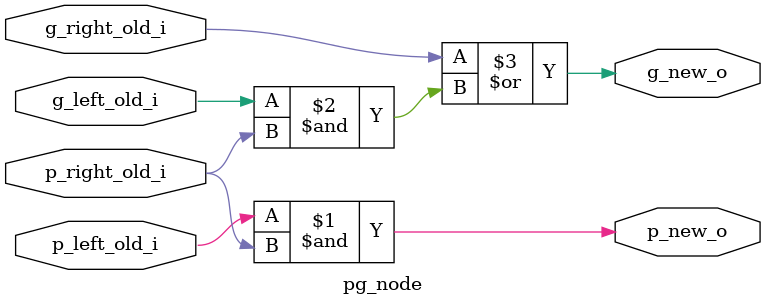
<source format=sv>
module pg_node (
  input  logic p_left_old_i,
  input  logic g_left_old_i,
  input  logic p_right_old_i,
  input  logic g_right_old_i,
  output logic p_new_o,
  output logic g_new_o
);

  assign p_new_o = p_left_old_i & p_right_old_i;
  assign g_new_o = g_right_old_i | g_left_old_i & p_right_old_i;

endmodule

</source>
